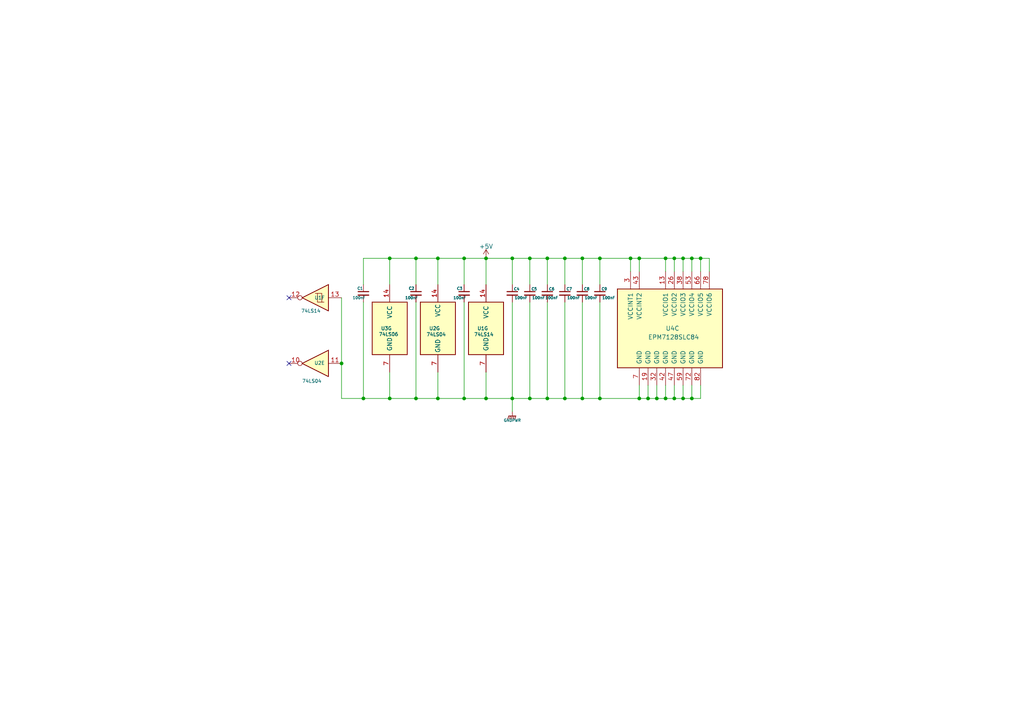
<source format=kicad_sch>
(kicad_sch (version 20231120) (generator "eeschema") (generator_version "8.0")
  (paper "A4")
  (title_block (title "SFD-700 Floppy Interface MKII") (date "2023-07-27") (rev "1.2") (comment 4 "Power Decoupling for CPLD and 74 series IC's."))
  (lib_symbols
    (symbol "74xx:74LS04"
      (property "Reference" "U" (at 0 1.27 0))
      (property "Value" "74LS04" (at 0 -1.27 0))
      (symbol "74LS04_1_0"
        (polyline (pts (xy -3.81 3.81) (xy -3.81 -3.81) (xy 3.81 0) (xy -3.81 3.81)) (stroke (width 0.254)) (fill (type background)))
        (pin input line (at -7.62 0 0) (length 3.81) (name "~") (number "1"))
        (pin output inverted (at 7.62 0 180) (length 3.81) (name "~") (number "2"))
      )
      (symbol "74LS04_2_0"
        (polyline (pts (xy -3.81 3.81) (xy -3.81 -3.81) (xy 3.81 0) (xy -3.81 3.81)) (stroke (width 0.254)) (fill (type background)))
        (pin input line (at -7.62 0 0) (length 3.81) (name "~") (number "3"))
        (pin output inverted (at 7.62 0 180) (length 3.81) (name "~") (number "4"))
      )
      (symbol "74LS04_3_0"
        (polyline (pts (xy -3.81 3.81) (xy -3.81 -3.81) (xy 3.81 0) (xy -3.81 3.81)) (stroke (width 0.254)) (fill (type background)))
        (pin input line (at -7.62 0 0) (length 3.81) (name "~") (number "5"))
        (pin output inverted (at 7.62 0 180) (length 3.81) (name "~") (number "6"))
      )
      (symbol "74LS04_4_0"
        (polyline (pts (xy -3.81 3.81) (xy -3.81 -3.81) (xy 3.81 0) (xy -3.81 3.81)) (stroke (width 0.254)) (fill (type background)))
        (pin output inverted (at 7.62 0 180) (length 3.81) (name "~") (number "8"))
        (pin input line (at -7.62 0 0) (length 3.81) (name "~") (number "9"))
      )
      (symbol "74LS04_5_0"
        (polyline (pts (xy -3.81 3.81) (xy -3.81 -3.81) (xy 3.81 0) (xy -3.81 3.81)) (stroke (width 0.254)) (fill (type background)))
        (pin output inverted (at 7.62 0 180) (length 3.81) (name "~") (number "10"))
        (pin input line (at -7.62 0 0) (length 3.81) (name "~") (number "11"))
      )
      (symbol "74LS04_6_0"
        (polyline (pts (xy -3.81 3.81) (xy -3.81 -3.81) (xy 3.81 0) (xy -3.81 3.81)) (stroke (width 0.254)) (fill (type background)))
        (pin output inverted (at 7.62 0 180) (length 3.81) (name "~") (number "12"))
        (pin input line (at -7.62 0 0) (length 3.81) (name "~") (number "13"))
      )
      (symbol "74LS04_7_0"
        (pin power_in line (at 0 12.7 270) (length 5.08) (name "VCC") (number "14"))
        (pin power_in line (at 0 -12.7 90) (length 5.08) (name "GND") (number "7"))
      )
      (symbol "74LS04_7_1"
        (rectangle (start -5.08 7.62) (end 5.08 -7.62) (stroke (width 0.254)) (fill (type background)))
      )
    )
    (symbol "74xx:74LS06" (pin_names (offset 1.016))
      (property "Reference" "U" (at 0 1.27 0))
      (property "Value" "74LS06" (at 0 -1.27 0))
      (symbol "74LS06_1_0"
        (polyline (pts (xy -3.81 3.81) (xy -3.81 -3.81) (xy 3.81 0) (xy -3.81 3.81)) (stroke (width 0.254)) (fill (type background)))
        (pin input line (at -7.62 0 0) (length 3.81) (name "~") (number "1"))
        (pin open_collector inverted (at 7.62 0 180) (length 3.81) (name "~") (number "2"))
      )
      (symbol "74LS06_2_0"
        (polyline (pts (xy -3.81 3.81) (xy -3.81 -3.81) (xy 3.81 0) (xy -3.81 3.81)) (stroke (width 0.254)) (fill (type background)))
        (pin input line (at -7.62 0 0) (length 3.81) (name "~") (number "3"))
        (pin open_collector inverted (at 7.62 0 180) (length 3.81) (name "~") (number "4"))
      )
      (symbol "74LS06_3_0"
        (polyline (pts (xy -3.81 3.81) (xy -3.81 -3.81) (xy 3.81 0) (xy -3.81 3.81)) (stroke (width 0.254)) (fill (type background)))
        (pin input line (at -7.62 0 0) (length 3.81) (name "~") (number "5"))
        (pin open_collector inverted (at 7.62 0 180) (length 3.81) (name "~") (number "6"))
      )
      (symbol "74LS06_4_0"
        (polyline (pts (xy -3.81 3.81) (xy -3.81 -3.81) (xy 3.81 0) (xy -3.81 3.81)) (stroke (width 0.254)) (fill (type background)))
        (pin open_collector inverted (at 7.62 0 180) (length 3.81) (name "~") (number "8"))
        (pin input line (at -7.62 0 0) (length 3.81) (name "~") (number "9"))
      )
      (symbol "74LS06_5_0"
        (polyline (pts (xy -3.81 3.81) (xy -3.81 -3.81) (xy 3.81 0) (xy -3.81 3.81)) (stroke (width 0.254)) (fill (type background)))
        (pin open_collector inverted (at 7.62 0 180) (length 3.81) (name "~") (number "10"))
        (pin input line (at -7.62 0 0) (length 3.81) (name "~") (number "11"))
      )
      (symbol "74LS06_6_0"
        (polyline (pts (xy -3.81 3.81) (xy -3.81 -3.81) (xy 3.81 0) (xy -3.81 3.81)) (stroke (width 0.254)) (fill (type background)))
        (pin open_collector inverted (at 7.62 0 180) (length 3.81) (name "~") (number "12"))
        (pin input line (at -7.62 0 0) (length 3.81) (name "~") (number "13"))
      )
      (symbol "74LS06_7_0"
        (pin power_in line (at 0 12.7 270) (length 5.08) (name "VCC") (number "14"))
        (pin power_in line (at 0 -12.7 90) (length 5.08) (name "GND") (number "7"))
      )
      (symbol "74LS06_7_1"
        (rectangle (start -5.08 7.62) (end 5.08 -7.62) (stroke (width 0.254)) (fill (type background)))
      )
    )
    (symbol "74xx:74LS14" (pin_names (offset 1.016))
      (property "Reference" "U" (at 0 1.27 0))
      (property "Value" "74LS14" (at 0 -1.27 0))
      (symbol "74LS14_1_0"
        (polyline (pts (xy -3.81 3.81) (xy -3.81 -3.81) (xy 3.81 0) (xy -3.81 3.81)) (stroke (width 0.254)) (fill (type background)))
        (pin input line (at -7.62 0 0) (length 3.81) (name "~") (number "1"))
        (pin output inverted (at 7.62 0 180) (length 3.81) (name "~") (number "2"))
      )
      (symbol "74LS14_1_1"
        (polyline (pts (xy -1.905 -1.27) (xy -1.905 1.27) (xy -0.635 1.27)))
        (polyline (pts (xy -2.54 -1.27) (xy -0.635 -1.27) (xy -0.635 1.27) (xy 0 1.27)))
      )
      (symbol "74LS14_2_0"
        (polyline (pts (xy -3.81 3.81) (xy -3.81 -3.81) (xy 3.81 0) (xy -3.81 3.81)) (stroke (width 0.254)) (fill (type background)))
        (pin input line (at -7.62 0 0) (length 3.81) (name "~") (number "3"))
        (pin output inverted (at 7.62 0 180) (length 3.81) (name "~") (number "4"))
      )
      (symbol "74LS14_2_1"
        (polyline (pts (xy -1.905 -1.27) (xy -1.905 1.27) (xy -0.635 1.27)))
        (polyline (pts (xy -2.54 -1.27) (xy -0.635 -1.27) (xy -0.635 1.27) (xy 0 1.27)))
      )
      (symbol "74LS14_3_0"
        (polyline (pts (xy -3.81 3.81) (xy -3.81 -3.81) (xy 3.81 0) (xy -3.81 3.81)) (stroke (width 0.254)) (fill (type background)))
        (pin input line (at -7.62 0 0) (length 3.81) (name "~") (number "5"))
        (pin output inverted (at 7.62 0 180) (length 3.81) (name "~") (number "6"))
      )
      (symbol "74LS14_3_1"
        (polyline (pts (xy -1.905 -1.27) (xy -1.905 1.27) (xy -0.635 1.27)))
        (polyline (pts (xy -2.54 -1.27) (xy -0.635 -1.27) (xy -0.635 1.27) (xy 0 1.27)))
      )
      (symbol "74LS14_4_0"
        (polyline (pts (xy -3.81 3.81) (xy -3.81 -3.81) (xy 3.81 0) (xy -3.81 3.81)) (stroke (width 0.254)) (fill (type background)))
        (pin output inverted (at 7.62 0 180) (length 3.81) (name "~") (number "8"))
        (pin input line (at -7.62 0 0) (length 3.81) (name "~") (number "9"))
      )
      (symbol "74LS14_4_1"
        (polyline (pts (xy -1.905 -1.27) (xy -1.905 1.27) (xy -0.635 1.27)))
        (polyline (pts (xy -2.54 -1.27) (xy -0.635 -1.27) (xy -0.635 1.27) (xy 0 1.27)))
      )
      (symbol "74LS14_5_0"
        (polyline (pts (xy -3.81 3.81) (xy -3.81 -3.81) (xy 3.81 0) (xy -3.81 3.81)) (stroke (width 0.254)) (fill (type background)))
        (pin output inverted (at 7.62 0 180) (length 3.81) (name "~") (number "10"))
        (pin input line (at -7.62 0 0) (length 3.81) (name "~") (number "11"))
      )
      (symbol "74LS14_5_1"
        (polyline (pts (xy -1.905 -1.27) (xy -1.905 1.27) (xy -0.635 1.27)))
        (polyline (pts (xy -2.54 -1.27) (xy -0.635 -1.27) (xy -0.635 1.27) (xy 0 1.27)))
      )
      (symbol "74LS14_6_0"
        (polyline (pts (xy -3.81 3.81) (xy -3.81 -3.81) (xy 3.81 0) (xy -3.81 3.81)) (stroke (width 0.254)) (fill (type background)))
        (pin output inverted (at 7.62 0 180) (length 3.81) (name "~") (number "12"))
        (pin input line (at -7.62 0 0) (length 3.81) (name "~") (number "13"))
      )
      (symbol "74LS14_6_1"
        (polyline (pts (xy -1.905 -1.27) (xy -1.905 1.27) (xy -0.635 1.27)))
        (polyline (pts (xy -2.54 -1.27) (xy -0.635 -1.27) (xy -0.635 1.27) (xy 0 1.27)))
      )
      (symbol "74LS14_7_0"
        (pin power_in line (at 0 12.7 270) (length 5.08) (name "VCC") (number "14"))
        (pin power_in line (at 0 -12.7 90) (length 5.08) (name "GND") (number "7"))
      )
      (symbol "74LS14_7_1"
        (rectangle (start -5.08 7.62) (end 5.08 -7.62) (stroke (width 0.254)) (fill (type background)))
      )
    )
    (symbol "Custom:EPM7128SLC84" (pin_names (offset 1.016))
      (property "Reference" "U" (at -110.49 -5.08 0))
      (property "Value" "EPM7128SLC84" (at 21.59 -76.2 0))
      (symbol "EPM7128SLC84_1_1"
        (rectangle (start -11.43 36.83) (end 11.43 -43.18) (stroke (width 0.254)) (fill (type background)))
        (pin bidirectional line (at -16.51 22.86 0) (length 5.08) (name "IO_10") (number "10"))
        (pin bidirectional line (at -16.51 20.32 0) (length 5.08) (name "IO_11") (number "11"))
        (pin bidirectional line (at -16.51 17.78 0) (length 5.08) (name "IO_15") (number "15"))
        (pin bidirectional line (at -16.51 15.24 0) (length 5.08) (name "IO_16") (number "16"))
        (pin bidirectional line (at -16.51 12.7 0) (length 5.08) (name "IO_17") (number "17"))
        (pin bidirectional line (at -16.51 10.16 0) (length 5.08) (name "IO_18") (number "18"))
        (pin bidirectional line (at -16.51 7.62 0) (length 5.08) (name "IO_20") (number "20"))
        (pin bidirectional line (at -16.51 5.08 0) (length 5.08) (name "IO_21") (number "21"))
        (pin bidirectional line (at -16.51 2.54 0) (length 5.08) (name "IO_22") (number "22"))
        (pin bidirectional line (at -16.51 0 0) (length 5.08) (name "IO_24") (number "24"))
        (pin bidirectional line (at -16.51 -2.54 0) (length 5.08) (name "IO_25") (number "25"))
        (pin bidirectional line (at -16.51 -5.08 0) (length 5.08) (name "IO_27") (number "27"))
        (pin bidirectional line (at -16.51 -7.62 0) (length 5.08) (name "IO_28") (number "28"))
        (pin bidirectional line (at -16.51 -10.16 0) (length 5.08) (name "IO_29") (number "29"))
        (pin bidirectional line (at -16.51 -12.7 0) (length 5.08) (name "IO_30") (number "30"))
        (pin bidirectional line (at -16.51 -15.24 0) (length 5.08) (name "IO_31") (number "31"))
        (pin bidirectional line (at -16.51 -17.78 0) (length 5.08) (name "IO_33") (number "33"))
        (pin bidirectional line (at -16.51 -20.32 0) (length 5.08) (name "IO_34") (number "34"))
        (pin bidirectional line (at -16.51 -22.86 0) (length 5.08) (name "IO_35") (number "35"))
        (pin bidirectional line (at -16.51 -25.4 0) (length 5.08) (name "IO_36") (number "36"))
        (pin bidirectional line (at -16.51 -27.94 0) (length 5.08) (name "IO_37") (number "37"))
        (pin bidirectional line (at -16.51 -30.48 0) (length 5.08) (name "IO_39") (number "39"))
        (pin bidirectional line (at -16.51 35.56 0) (length 5.08) (name "IO_4") (number "4"))
        (pin bidirectional line (at -16.51 -33.02 0) (length 5.08) (name "IO_40") (number "40"))
        (pin bidirectional line (at -16.51 -35.56 0) (length 5.08) (name "IO_41") (number "41"))
        (pin bidirectional line (at -16.51 -38.1 0) (length 5.08) (name "IO_44") (number "44"))
        (pin bidirectional line (at -16.51 -40.64 0) (length 5.08) (name "IO_45") (number "45"))
        (pin bidirectional line (at 16.51 -38.1 180) (length 5.08) (name "IO_48") (number "48"))
        (pin bidirectional line (at 16.51 -40.64 180) (length 5.08) (name "IO_49") (number "49"))
        (pin bidirectional line (at -16.51 33.02 0) (length 5.08) (name "IO_5") (number "5"))
        (pin bidirectional line (at 16.51 -35.56 180) (length 5.08) (name "IO_50") (number "50"))
        (pin bidirectional line (at 16.51 -27.94 180) (length 5.08) (name "IO_51") (number "51"))
        (pin bidirectional line (at 16.51 -25.4 180) (length 5.08) (name "IO_52") (number "52"))
        (pin bidirectional line (at 16.51 -22.86 180) (length 5.08) (name "IO_54") (number "54"))
        (pin bidirectional line (at 16.51 -20.32 180) (length 5.08) (name "IO_55") (number "55"))
        (pin bidirectional line (at 16.51 -17.78 180) (length 5.08) (name "IO_56") (number "56"))
        (pin bidirectional line (at 16.51 -15.24 180) (length 5.08) (name "IO_57") (number "57"))
        (pin bidirectional line (at 16.51 -12.7 180) (length 5.08) (name "IO_58") (number "58"))
        (pin bidirectional line (at -16.51 30.48 0) (length 5.08) (name "IO_6") (number "6"))
        (pin bidirectional line (at 16.51 -10.16 180) (length 5.08) (name "IO_60") (number "60"))
        (pin bidirectional line (at 16.51 -7.62 180) (length 5.08) (name "IO_61") (number "61"))
        (pin bidirectional line (at 16.51 -5.08 180) (length 5.08) (name "IO_63") (number "63"))
        (pin bidirectional line (at 16.51 -2.54 180) (length 5.08) (name "IO_64") (number "64"))
        (pin bidirectional line (at 16.51 0 180) (length 5.08) (name "IO_65") (number "65"))
        (pin bidirectional line (at 16.51 2.54 180) (length 5.08) (name "IO_67") (number "67"))
        (pin bidirectional line (at 16.51 5.08 180) (length 5.08) (name "IO_68") (number "68"))
        (pin bidirectional line (at 16.51 7.62 180) (length 5.08) (name "IO_69") (number "69"))
        (pin bidirectional line (at 16.51 10.16 180) (length 5.08) (name "IO_70") (number "70"))
        (pin bidirectional line (at 16.51 12.7 180) (length 5.08) (name "IO_73") (number "73"))
        (pin bidirectional line (at 16.51 15.24 180) (length 5.08) (name "IO_74") (number "74"))
        (pin bidirectional line (at 16.51 20.32 180) (length 5.08) (name "IO_75") (number "75"))
        (pin bidirectional line (at 16.51 22.86 180) (length 5.08) (name "IO_76") (number "76"))
        (pin bidirectional line (at 16.51 25.4 180) (length 5.08) (name "IO_77") (number "77"))
        (pin bidirectional line (at 16.51 27.94 180) (length 5.08) (name "IO_79") (number "79"))
        (pin bidirectional line (at -16.51 27.94 0) (length 5.08) (name "IO_8") (number "8"))
        (pin bidirectional line (at 16.51 30.48 180) (length 5.08) (name "IO_80") (number "80"))
        (pin bidirectional line (at 16.51 33.02 180) (length 5.08) (name "IO_81") (number "81"))
        (pin bidirectional line (at -16.51 25.4 0) (length 5.08) (name "IO_9") (number "9"))
      )
      (symbol "EPM7128SLC84_2_1"
        (rectangle (start -12.7 8.89) (end 12.7 -8.89) (stroke (width 0.254)) (fill (type background)))
        (pin input line (at -17.78 3.81 0) (length 5.08) (name "GCLRn") (number "1"))
        (pin bidirectional line (at 17.78 -3.81 180) (length 5.08) (name "IO_14/TDI") (number "14"))
        (pin input line (at -17.78 -1.27 0) (length 5.08) (name "OE2/GCLK2") (number "2"))
        (pin bidirectional line (at 17.78 -1.27 180) (length 5.08) (name "IO_23/TMS") (number "23"))
        (pin bidirectional line (at 17.78 3.81 180) (length 5.08) (name "IO_62/TCK") (number "62"))
        (pin bidirectional line (at 17.78 1.27 180) (length 5.08) (name "IO_71/TDO") (number "71"))
        (pin input line (at -17.78 1.27 0) (length 5.08) (name "GCLK1") (number "83"))
        (pin input line (at -17.78 -3.81 0) (length 5.08) (name "OE1") (number "84"))
      )
      (symbol "EPM7128SLC84_3_1"
        (rectangle (start -12.7 16.51) (end 10.16 -13.97) (stroke (width 0.254)) (fill (type background)))
        (pin power_in line (at 15.24 2.54 180) (length 5.08) (name "VCCIO1") (number "13"))
        (pin power_in line (at -17.78 7.62 0) (length 5.08) (name "GND") (number "19"))
        (pin power_in line (at 15.24 0 180) (length 5.08) (name "VCCIO2") (number "26"))
        (pin power_in line (at 15.24 12.7 180) (length 5.08) (name "VCCINT1") (number "3"))
        (pin power_in line (at -17.78 5.08 0) (length 5.08) (name "GND") (number "32"))
        (pin power_in line (at 15.24 -2.54 180) (length 5.08) (name "VCCIO3") (number "38"))
        (pin power_in line (at -17.78 2.54 0) (length 5.08) (name "GND") (number "42"))
        (pin power_in line (at 15.24 10.16 180) (length 5.08) (name "VCCINT2") (number "43"))
        (pin power_in line (at -17.78 0 0) (length 5.08) (name "GND") (number "47"))
        (pin power_in line (at 15.24 -5.08 180) (length 5.08) (name "VCCIO4") (number "53"))
        (pin power_in line (at -17.78 -2.54 0) (length 5.08) (name "GND") (number "59"))
        (pin power_in line (at 15.24 -7.62 180) (length 5.08) (name "VCCIO5") (number "66"))
        (pin power_in line (at -17.78 10.16 0) (length 5.08) (name "GND") (number "7"))
        (pin power_in line (at -17.78 -5.08 0) (length 5.08) (name "GND") (number "72"))
        (pin power_in line (at 15.24 -10.16 180) (length 5.08) (name "VCCIO6") (number "78"))
        (pin power_in line (at -17.78 -7.62 0) (length 5.08) (name "GND") (number "82"))
      )
    )
    (symbol "Device:C_Small" (pin_numbers hide) (pin_names (offset 0.254) hide)
      (property "Reference" "C" (at 0.254 1.778 0))
      (property "Value" "C_Small" (at 0.254 -2.032 0))
      (symbol "C_Small_0_1"
        (polyline (pts (xy -1.524 -0.508) (xy 1.524 -0.508)) (stroke (width 0.3302)))
        (polyline (pts (xy -1.524 0.508) (xy 1.524 0.508)) (stroke (width 0.3048)))
      )
      (symbol "C_Small_1_1"
        (pin passive line (at 0 2.54 270) (length 2.032) (name "~") (number "1"))
        (pin passive line (at 0 -2.54 90) (length 2.032) (name "~") (number "2"))
      )
    )
    (symbol "power:+5V" (power) (pin_names (offset 0))
      (property "Value" "+5V" (at 0 3.556 0))
      (symbol "+5V_0_1"
        (polyline (pts (xy -0.762 1.27) (xy 0 2.54)))
        (polyline (pts (xy 0 0) (xy 0 2.54)))
        (polyline (pts (xy 0 2.54) (xy 0.762 1.27)))
      )
      (symbol "+5V_1_1"
        (pin power_in line (at 0 0 90) (length 0) hide (name "+5V") (number "1"))
      )
    )
    (symbol "power:GNDPWR" (power) (pin_names (offset 0))
      (property "Value" "GNDPWR" (at 0 -3.302 0))
      (symbol "GNDPWR_0_1"
        (polyline (pts (xy 0 -1.27) (xy 0 0)))
        (polyline (pts (xy -1.016 -1.27) (xy -1.27 -2.032) (xy -1.27 -2.032)) (stroke (width 0.2032)))
        (polyline (pts (xy -0.508 -1.27) (xy -0.762 -2.032) (xy -0.762 -2.032)) (stroke (width 0.2032)))
        (polyline (pts (xy 0 -1.27) (xy -0.254 -2.032) (xy -0.254 -2.032)) (stroke (width 0.2032)))
        (polyline (pts (xy 0.508 -1.27) (xy 0.254 -2.032) (xy 0.254 -2.032)) (stroke (width 0.2032)))
        (polyline (pts (xy 1.016 -1.27) (xy -1.016 -1.27) (xy -1.016 -1.27)) (stroke (width 0.2032)))
        (polyline (pts (xy 1.016 -1.27) (xy 0.762 -2.032) (xy 0.762 -2.032) (xy 0.762 -2.032)) (stroke (width 0.2032)))
      )
      (symbol "GNDPWR_1_1"
        (pin power_in line (at 0 0 270) (length 0) hide (name "GNDPWR") (number "1"))
      )
    )
  )
  (junction (at 193.04 74.93))
  (junction (at 163.83 74.93))
  (junction (at 105.41 115.57))
  (junction (at 113.03 115.57))
  (junction (at 190.5 115.57))
  (junction (at 187.96 115.57))
  (junction (at 148.59 115.57))
  (junction (at 127 74.93))
  (junction (at 203.2 74.93))
  (junction (at 193.04 115.57))
  (junction (at 127 115.57))
  (junction (at 200.66 74.93))
  (junction (at 140.97 74.93))
  (junction (at 153.67 115.57))
  (junction (at 153.67 74.93))
  (junction (at 168.91 74.93))
  (junction (at 173.99 74.93))
  (junction (at 120.65 74.93))
  (junction (at 182.88 74.93))
  (junction (at 198.12 115.57))
  (junction (at 200.66 115.57))
  (junction (at 120.65 115.57))
  (junction (at 148.59 74.93))
  (junction (at 185.42 115.57))
  (junction (at 158.75 115.57))
  (junction (at 140.97 115.57))
  (junction (at 195.58 115.57))
  (junction (at 158.75 74.93))
  (junction (at 134.62 115.57))
  (junction (at 113.03 74.93))
  (junction (at 134.62 74.93))
  (junction (at 168.91 115.57))
  (junction (at 99.06 105.41))
  (junction (at 185.42 74.93))
  (junction (at 163.83 115.57))
  (junction (at 173.99 115.57))
  (junction (at 195.58 74.93))
  (junction (at 198.12 74.93))
  (no_connect (at 83.82 86.36))
  (no_connect (at 83.82 105.41))
  (wire (pts (xy 148.59 115.57) (xy 148.59 119.38)))
  (wire (pts (xy 200.66 74.93) (xy 200.66 78.74)))
  (wire (pts (xy 195.58 111.76) (xy 195.58 115.57)))
  (wire (pts (xy 113.03 115.57) (xy 120.65 115.57)))
  (wire (pts (xy 153.67 74.93) (xy 158.75 74.93)))
  (wire (pts (xy 200.66 111.76) (xy 200.66 115.57)))
  (wire (pts (xy 153.67 115.57) (xy 158.75 115.57)))
  (wire (pts (xy 158.75 74.93) (xy 163.83 74.93)))
  (wire (pts (xy 134.62 74.93) (xy 134.62 82.55)))
  (wire (pts (xy 193.04 115.57) (xy 195.58 115.57)))
  (wire (pts (xy 158.75 74.93) (xy 158.75 82.55)))
  (wire (pts (xy 200.66 74.93) (xy 203.2 74.93)))
  (wire (pts (xy 203.2 74.93) (xy 205.74 74.93)))
  (wire (pts (xy 205.74 74.93) (xy 205.74 78.74)))
  (wire (pts (xy 198.12 115.57) (xy 200.66 115.57)))
  (wire (pts (xy 168.91 74.93) (xy 168.91 82.55)))
  (wire (pts (xy 185.42 111.76) (xy 185.42 115.57)))
  (wire (pts (xy 113.03 74.93) (xy 113.03 82.55)))
  (wire (pts (xy 113.03 74.93) (xy 120.65 74.93)))
  (wire (pts (xy 158.75 115.57) (xy 163.83 115.57)))
  (wire (pts (xy 148.59 115.57) (xy 153.67 115.57)))
  (wire (pts (xy 193.04 111.76) (xy 193.04 115.57)))
  (wire (pts (xy 182.88 74.93) (xy 185.42 74.93)))
  (wire (pts (xy 140.97 74.93) (xy 140.97 82.55)))
  (wire (pts (xy 134.62 87.63) (xy 134.62 115.57)))
  (wire (pts (xy 200.66 115.57) (xy 203.2 115.57)))
  (wire (pts (xy 203.2 74.93) (xy 203.2 78.74)))
  (wire (pts (xy 187.96 115.57) (xy 190.5 115.57)))
  (wire (pts (xy 193.04 74.93) (xy 195.58 74.93)))
  (wire (pts (xy 105.41 74.93) (xy 105.41 82.55)))
  (wire (pts (xy 134.62 74.93) (xy 140.97 74.93)))
  (wire (pts (xy 198.12 74.93) (xy 198.12 78.74)))
  (wire (pts (xy 195.58 74.93) (xy 195.58 78.74)))
  (wire (pts (xy 195.58 74.93) (xy 198.12 74.93)))
  (wire (pts (xy 185.42 115.57) (xy 187.96 115.57)))
  (wire (pts (xy 153.67 87.63) (xy 153.67 115.57)))
  (wire (pts (xy 163.83 87.63) (xy 163.83 115.57)))
  (wire (pts (xy 148.59 74.93) (xy 153.67 74.93)))
  (wire (pts (xy 120.65 115.57) (xy 127 115.57)))
  (wire (pts (xy 127 74.93) (xy 127 82.55)))
  (wire (pts (xy 134.62 115.57) (xy 140.97 115.57)))
  (wire (pts (xy 140.97 74.93) (xy 148.59 74.93)))
  (wire (pts (xy 113.03 107.95) (xy 113.03 115.57)))
  (wire (pts (xy 198.12 74.93) (xy 200.66 74.93)))
  (wire (pts (xy 168.91 115.57) (xy 173.99 115.57)))
  (wire (pts (xy 120.65 87.63) (xy 120.65 115.57)))
  (wire (pts (xy 190.5 115.57) (xy 193.04 115.57)))
  (wire (pts (xy 163.83 74.93) (xy 168.91 74.93)))
  (wire (pts (xy 113.03 115.57) (xy 105.41 115.57)))
  (wire (pts (xy 105.41 74.93) (xy 113.03 74.93)))
  (wire (pts (xy 163.83 74.93) (xy 163.83 82.55)))
  (wire (pts (xy 168.91 74.93) (xy 173.99 74.93)))
  (wire (pts (xy 158.75 87.63) (xy 158.75 115.57)))
  (wire (pts (xy 105.41 115.57) (xy 99.06 115.57)))
  (wire (pts (xy 182.88 74.93) (xy 182.88 78.74)))
  (wire (pts (xy 153.67 74.93) (xy 153.67 82.55)))
  (wire (pts (xy 190.5 111.76) (xy 190.5 115.57)))
  (wire (pts (xy 127 107.95) (xy 127 115.57)))
  (wire (pts (xy 163.83 115.57) (xy 168.91 115.57)))
  (wire (pts (xy 140.97 115.57) (xy 148.59 115.57)))
  (wire (pts (xy 99.06 105.41) (xy 99.06 86.36)))
  (wire (pts (xy 203.2 115.57) (xy 203.2 111.76)))
  (wire (pts (xy 140.97 107.95) (xy 140.97 115.57)))
  (wire (pts (xy 185.42 74.93) (xy 193.04 74.93)))
  (wire (pts (xy 105.41 87.63) (xy 105.41 115.57)))
  (wire (pts (xy 148.59 74.93) (xy 148.59 82.55)))
  (wire (pts (xy 187.96 111.76) (xy 187.96 115.57)))
  (wire (pts (xy 173.99 74.93) (xy 182.88 74.93)))
  (wire (pts (xy 127 115.57) (xy 134.62 115.57)))
  (wire (pts (xy 173.99 74.93) (xy 173.99 82.55)))
  (wire (pts (xy 168.91 87.63) (xy 168.91 115.57)))
  (wire (pts (xy 173.99 87.63) (xy 173.99 115.57)))
  (wire (pts (xy 148.59 87.63) (xy 148.59 115.57)))
  (wire (pts (xy 173.99 115.57) (xy 185.42 115.57)))
  (wire (pts (xy 120.65 74.93) (xy 127 74.93)))
  (wire (pts (xy 99.06 105.41) (xy 99.06 115.57)))
  (wire (pts (xy 120.65 74.93) (xy 120.65 82.55)))
  (wire (pts (xy 127 74.93) (xy 134.62 74.93)))
  (wire (pts (xy 198.12 111.76) (xy 198.12 115.57)))
  (wire (pts (xy 195.58 115.57) (xy 198.12 115.57)))
  (wire (pts (xy 185.42 74.93) (xy 185.42 78.74)))
  (wire (pts (xy 193.04 74.93) (xy 193.04 78.74)))
  (symbol (lib_id "Device:C_Small") (at 105.41 85.09 0) (unit 1)
    (property "Reference" "C1" (at 104.4448 83.6422 0) (effects (font (size 0.7874 0.7874))))
    (property "Value" "100nF" (at 104.14 86.36 0) (effects (font (size 0.7874 0.7874))))
    (property "Footprint" "Capacitor_THT:C_Disc_D5.0mm_W2.5mm_P2.50mm" (effects (hide yes)))
  )
  (symbol (lib_id "Device:C_Small") (at 163.83 85.09 0) (mirror y) (unit 1)
    (property "Reference" "C7" (at 165.1 83.82 0) (effects (font (size 0.7874 0.7874))))
    (property "Value" "100nF" (at 166.37 86.36 0) (effects (font (size 0.7874 0.7874))))
    (property "Footprint" "Capacitor_THT:C_Disc_D5.0mm_W2.5mm_P2.50mm" (effects (hide yes)))
  )
  (symbol (lib_id "Custom:EPM7128SLC84") (at 195.58 93.98 90) (unit 3)
    (property "Reference" "U4" (at 193.04 95.25 90) (effects (justify right)))
    (property "Value" "EPM7128SLC84" (at 187.96 97.79 90) (effects (justify right)))
    (property "Footprint" "Package_LCC:PLCC-84_THT-Socket" (effects (hide yes)))
  )
  (symbol (lib_id "power:+5V") (at 140.97 74.93 0) (unit 1)
    (property "Reference" "#PWR02" (effects (hide yes)))
    (property "Value" "+5V" (at 140.9954 71.4756 0))
  )
  (symbol (lib_id "power:GNDPWR") (at 148.59 119.38 0) (unit 1)
    (property "Reference" "#PWR03" (effects (hide yes)))
    (property "Value" "GNDPWR" (at 148.59 121.92 0) (effects (font (size 0.7874 0.7874))))
  )
  (symbol (lib_id "74xx:74LS14") (at 91.44 86.36 0) (mirror y) (unit 6)
    (property "Reference" "U1" (at 92.71 86.36 0) (effects (font (size 0.9906 0.9906))))
    (property "Value" "74LS14" (at 90.17 90.17 0) (effects (font (size 0.9906 0.9906))))
    (property "Footprint" "Package_DIP:DIP-14_W7.62mm" (effects (hide yes)))
    (property "Datasheet" "http://www.ti.com/lit/gpn/sn74LS14" (effects (hide yes)))
  )
  (symbol (lib_id "Device:C_Small") (at 153.67 85.09 0) (mirror y) (unit 1)
    (property "Reference" "C5" (at 154.94 83.82 0) (effects (font (size 0.7874 0.7874))))
    (property "Value" "100nF" (at 156.21 86.36 0) (effects (font (size 0.7874 0.7874))))
    (property "Footprint" "Capacitor_THT:C_Disc_D5.0mm_W2.5mm_P2.50mm" (effects (hide yes)))
  )
  (symbol (lib_id "74xx:74LS14") (at 140.97 95.25 0) (unit 7)
    (property "Reference" "U1" (at 138.43 95.25 0) (effects (font (size 0.9906 0.9906)) (justify left)))
    (property "Value" "74LS14" (at 137.4902 97.0026 0) (effects (font (size 0.9906 0.9906)) (justify left)))
    (property "Footprint" "Package_DIP:DIP-14_W7.62mm" (effects (hide yes)))
    (property "Datasheet" "http://www.ti.com/lit/gpn/sn74LS14" (effects (hide yes)))
  )
  (symbol (lib_id "74xx:74LS04") (at 127 95.25 0) (unit 7)
    (property "Reference" "U2" (at 124.46 95.25 0) (effects (font (size 0.9906 0.9906)) (justify left)))
    (property "Value" "74LS04" (at 123.6726 97.0026 0) (effects (font (size 0.9906 0.9906)) (justify left)))
    (property "Footprint" "Package_DIP:DIP-14_W7.62mm" (effects (hide yes)))
    (property "Datasheet" "http://www.ti.com/lit/gpn/sn74LS04" (effects (hide yes)))
  )
  (symbol (lib_id "Device:C_Small") (at 120.65 85.09 0) (unit 1)
    (property "Reference" "C2" (at 119.3546 83.6422 0) (effects (font (size 0.7874 0.7874))))
    (property "Value" "100nF" (at 119.38 86.36 0) (effects (font (size 0.7874 0.7874))))
    (property "Footprint" "Capacitor_THT:C_Disc_D5.0mm_W2.5mm_P2.50mm" (effects (hide yes)))
  )
  (symbol (lib_id "Device:C_Small") (at 168.91 85.09 0) (mirror y) (unit 1)
    (property "Reference" "C8" (at 170.18 83.82 0) (effects (font (size 0.7874 0.7874))))
    (property "Value" "100nF" (at 171.45 86.36 0) (effects (font (size 0.7874 0.7874))))
    (property "Footprint" "Capacitor_THT:C_Disc_D5.0mm_W2.5mm_P2.50mm" (effects (hide yes)))
  )
  (symbol (lib_id "74xx:74LS06") (at 113.03 95.25 0) (unit 7)
    (property "Reference" "U3" (at 110.49 95.25 0) (effects (font (size 0.9906 0.9906)) (justify left)))
    (property "Value" "74LS06" (at 109.855 96.9518 0) (effects (font (size 0.9906 0.9906)) (justify left)))
    (property "Footprint" "Package_DIP:DIP-14_W7.62mm" (effects (hide yes)))
    (property "Datasheet" "http://www.ti.com/lit/gpn/sn74LS06" (effects (hide yes)))
  )
  (symbol (lib_id "Device:C_Small") (at 158.75 85.09 0) (mirror y) (unit 1)
    (property "Reference" "C6" (at 160.02 83.82 0) (effects (font (size 0.7874 0.7874))))
    (property "Value" "100nF" (at 160.02 86.36 0) (effects (font (size 0.7874 0.7874))))
    (property "Footprint" "Capacitor_THT:C_Disc_D5.0mm_W2.5mm_P2.50mm" (effects (hide yes)))
  )
  (symbol (lib_id "Device:C_Small") (at 134.62 85.09 0) (unit 1)
    (property "Reference" "C3" (at 133.3246 83.693 0) (effects (font (size 0.7874 0.7874))))
    (property "Value" "100nF" (at 133.35 86.36 0) (effects (font (size 0.7874 0.7874))))
    (property "Footprint" "Capacitor_THT:C_Disc_D5.0mm_W2.5mm_P2.50mm" (effects (hide yes)))
  )
  (symbol (lib_id "Device:C_Small") (at 173.99 85.09 0) (mirror y) (unit 1)
    (property "Reference" "C9" (at 175.26 83.82 0) (effects (font (size 0.7874 0.7874))))
    (property "Value" "100nF" (at 176.53 86.36 0) (effects (font (size 0.7874 0.7874))))
    (property "Footprint" "Capacitor_THT:C_Disc_D5.0mm_W2.5mm_P2.50mm" (effects (hide yes)))
  )
  (symbol (lib_id "Device:C_Small") (at 148.59 85.09 0) (unit 1)
    (property "Reference" "C4" (at 149.86 83.82 0) (effects (font (size 0.7874 0.7874))))
    (property "Value" "100nF" (at 151.13 86.36 0) (effects (font (size 0.7874 0.7874))))
    (property "Footprint" "Capacitor_THT:C_Disc_D5.0mm_W2.5mm_P2.50mm" (effects (hide yes)))
  )
  (symbol (lib_id "74xx:74LS04") (at 91.44 105.41 0) (mirror y) (unit 5)
    (property "Reference" "U2" (at 92.6846 105.283 0) (effects (font (size 0.9906 0.9906))))
    (property "Value" "74LS04" (at 90.4494 110.5154 0) (effects (font (size 0.9906 0.9906))))
    (property "Footprint" "Package_DIP:DIP-14_W7.62mm" (effects (hide yes)))
    (property "Datasheet" "http://www.ti.com/lit/gpn/sn74LS04" (effects (hide yes)))
  )
)
</source>
